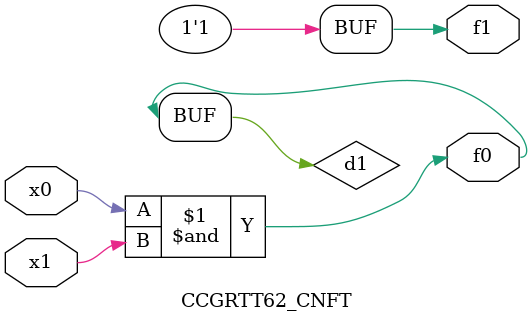
<source format=v>
module CCGRTT62_CNFT(
	input x0, x1,
	output f0, f1
);

	wire d1;

	assign f0 = d1;
	and (d1, x0, x1);
	assign f1 = 1'b1;
endmodule

</source>
